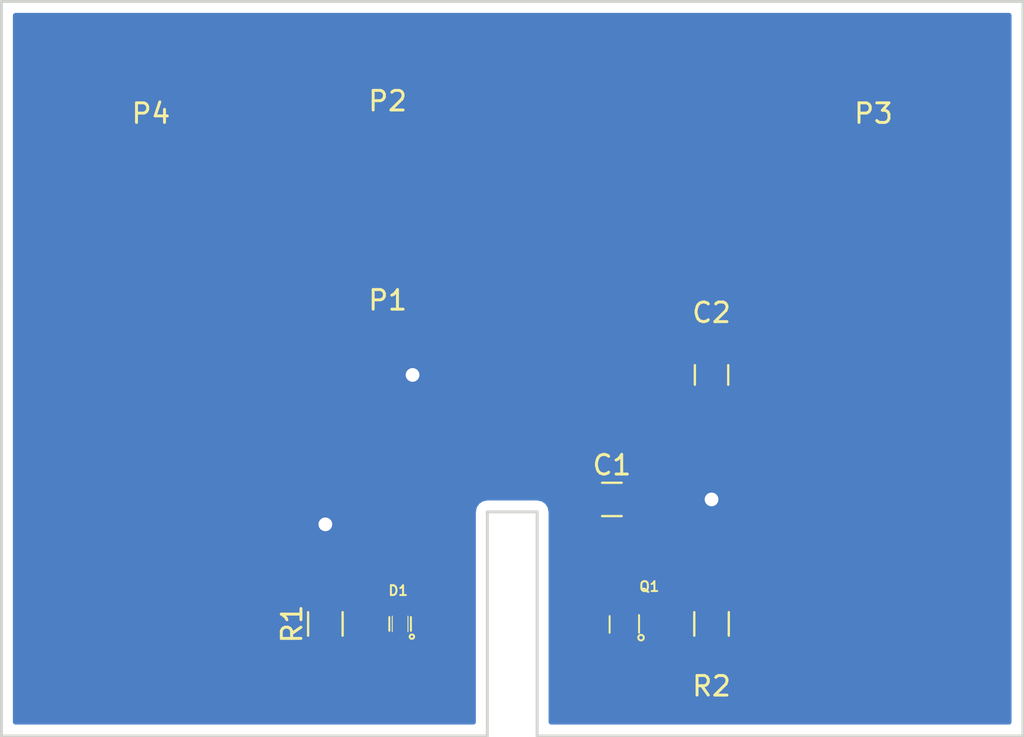
<source format=kicad_pcb>
(kicad_pcb (version 4) (host pcbnew 4.0.4-stable)

  (general
    (links 15)
    (no_connects 0)
    (area 124.384999 71.044999 176.605001 108.660001)
    (thickness 1.6)
    (drawings 15)
    (tracks 37)
    (zones 0)
    (modules 10)
    (nets 38)
  )

  (page A4)
  (layers
    (0 F.Cu signal)
    (31 B.Cu signal)
    (32 B.Adhes user)
    (33 F.Adhes user)
    (34 B.Paste user)
    (35 F.Paste user)
    (36 B.SilkS user)
    (37 F.SilkS user)
    (38 B.Mask user)
    (39 F.Mask user)
    (40 Dwgs.User user)
    (41 Cmts.User user)
    (42 Eco1.User user)
    (43 Eco2.User user)
    (44 Edge.Cuts user)
    (45 Margin user)
    (46 B.CrtYd user)
    (47 F.CrtYd user)
    (48 B.Fab user)
    (49 F.Fab user)
  )

  (setup
    (last_trace_width 0.4)
    (user_trace_width 0.4)
    (trace_clearance 0.2)
    (zone_clearance 0.508)
    (zone_45_only yes)
    (trace_min 0.2)
    (segment_width 0.2)
    (edge_width 0.15)
    (via_size 1.5)
    (via_drill 0.7)
    (via_min_size 0.4)
    (via_min_drill 0.3)
    (uvia_size 0.3)
    (uvia_drill 0.1)
    (uvias_allowed no)
    (uvia_min_size 0.2)
    (uvia_min_drill 0.1)
    (pcb_text_width 0.3)
    (pcb_text_size 1.5 1.5)
    (mod_edge_width 0.15)
    (mod_text_size 1 1)
    (mod_text_width 0.15)
    (pad_size 1.524 1.524)
    (pad_drill 0.762)
    (pad_to_mask_clearance 0.2)
    (aux_axis_origin 0 0)
    (visible_elements 7FFFFFFF)
    (pcbplotparams
      (layerselection 0x00030_80000001)
      (usegerberextensions false)
      (excludeedgelayer true)
      (linewidth 0.100000)
      (plotframeref false)
      (viasonmask false)
      (mode 1)
      (useauxorigin false)
      (hpglpennumber 1)
      (hpglpenspeed 20)
      (hpglpendiameter 15)
      (hpglpenoverlay 2)
      (psnegative false)
      (psa4output false)
      (plotreference true)
      (plotvalue true)
      (plotinvisibletext false)
      (padsonsilk false)
      (subtractmaskfromsilk false)
      (outputformat 1)
      (mirror false)
      (drillshape 1)
      (scaleselection 1)
      (outputdirectory ""))
  )

  (net 0 "")
  (net 1 "Net-(C1-Pad1)")
  (net 2 GND)
  (net 3 "Net-(C2-Pad1)")
  (net 4 "Net-(D1-Pad2)")
  (net 5 "Net-(D1-Pad1)")
  (net 6 "Net-(P3-Pad16)")
  (net 7 "Net-(P3-Pad15)")
  (net 8 "Net-(P3-Pad14)")
  (net 9 "Net-(P3-Pad13)")
  (net 10 "Net-(P3-Pad12)")
  (net 11 "Net-(P3-Pad11)")
  (net 12 "Net-(P3-Pad10)")
  (net 13 "Net-(P3-Pad9)")
  (net 14 "Net-(P3-Pad8)")
  (net 15 "Net-(P3-Pad7)")
  (net 16 "Net-(P3-Pad6)")
  (net 17 "Net-(P3-Pad5)")
  (net 18 "Net-(P3-Pad4)")
  (net 19 "Net-(P3-Pad3)")
  (net 20 "Net-(P3-Pad2)")
  (net 21 "Net-(P3-Pad1)")
  (net 22 "Net-(P4-Pad16)")
  (net 23 "Net-(P4-Pad15)")
  (net 24 "Net-(P4-Pad14)")
  (net 25 "Net-(P4-Pad13)")
  (net 26 "Net-(P4-Pad12)")
  (net 27 "Net-(P4-Pad11)")
  (net 28 "Net-(P4-Pad10)")
  (net 29 "Net-(P4-Pad9)")
  (net 30 "Net-(P4-Pad8)")
  (net 31 "Net-(P4-Pad7)")
  (net 32 "Net-(P4-Pad6)")
  (net 33 "Net-(P4-Pad5)")
  (net 34 "Net-(P4-Pad4)")
  (net 35 "Net-(P4-Pad3)")
  (net 36 "Net-(P4-Pad2)")
  (net 37 "Net-(P4-Pad1)")

  (net_class Default "This is the default net class."
    (clearance 0.2)
    (trace_width 0.4)
    (via_dia 1.5)
    (via_drill 0.7)
    (uvia_dia 0.3)
    (uvia_drill 0.1)
    (add_net GND)
    (add_net "Net-(C1-Pad1)")
    (add_net "Net-(C2-Pad1)")
    (add_net "Net-(D1-Pad1)")
    (add_net "Net-(D1-Pad2)")
    (add_net "Net-(P3-Pad1)")
    (add_net "Net-(P3-Pad10)")
    (add_net "Net-(P3-Pad11)")
    (add_net "Net-(P3-Pad12)")
    (add_net "Net-(P3-Pad13)")
    (add_net "Net-(P3-Pad14)")
    (add_net "Net-(P3-Pad15)")
    (add_net "Net-(P3-Pad16)")
    (add_net "Net-(P3-Pad2)")
    (add_net "Net-(P3-Pad3)")
    (add_net "Net-(P3-Pad4)")
    (add_net "Net-(P3-Pad5)")
    (add_net "Net-(P3-Pad6)")
    (add_net "Net-(P3-Pad7)")
    (add_net "Net-(P3-Pad8)")
    (add_net "Net-(P3-Pad9)")
    (add_net "Net-(P4-Pad1)")
    (add_net "Net-(P4-Pad10)")
    (add_net "Net-(P4-Pad11)")
    (add_net "Net-(P4-Pad12)")
    (add_net "Net-(P4-Pad13)")
    (add_net "Net-(P4-Pad14)")
    (add_net "Net-(P4-Pad15)")
    (add_net "Net-(P4-Pad16)")
    (add_net "Net-(P4-Pad2)")
    (add_net "Net-(P4-Pad3)")
    (add_net "Net-(P4-Pad4)")
    (add_net "Net-(P4-Pad5)")
    (add_net "Net-(P4-Pad6)")
    (add_net "Net-(P4-Pad7)")
    (add_net "Net-(P4-Pad8)")
    (add_net "Net-(P4-Pad9)")
  )

  (module med_conn_prototype_footprints:Sullins_SMD_pin_header_1x4_GBC36SABN-M30 (layer F.Cu) (tedit 58AEAF18) (tstamp 58AEB04B)
    (at 150.495 78.74)
    (path /58AEAF78)
    (fp_text reference P1 (at -6.35 7.62) (layer F.SilkS)
      (effects (font (size 1 1) (thickness 0.15)))
    )
    (fp_text value CONN_01X04 (at 6.35 6.985 90) (layer F.Fab)
      (effects (font (size 1 1) (thickness 0.15)))
    )
    (pad 4 smd rect (at 3.81 10.16) (size 1.27 6.35) (layers F.Cu F.Paste F.Mask)
      (net 3 "Net-(C2-Pad1)"))
    (pad 3 smd rect (at 1.27 5.08) (size 1.27 6.35) (layers F.Cu F.Paste F.Mask)
      (net 1 "Net-(C1-Pad1)"))
    (pad 2 smd rect (at -1.27 10.16) (size 1.27 6.35) (layers F.Cu F.Paste F.Mask)
      (net 4 "Net-(D1-Pad2)"))
    (pad 1 smd rect (at -3.81 5.08) (size 1.27 6.35) (layers F.Cu F.Paste F.Mask)
      (net 2 GND))
  )

  (module Capacitors_SMD:C_0805_HandSoldering (layer F.Cu) (tedit 58AEABDE) (tstamp 58AE9FE3)
    (at 155.575 96.52)
    (descr "Capacitor SMD 0805, hand soldering")
    (tags "capacitor 0805")
    (path /58ADC072)
    (attr smd)
    (fp_text reference C1 (at 0 -1.75) (layer F.SilkS)
      (effects (font (size 1 1) (thickness 0.15)))
    )
    (fp_text value 1uF (at 1.905 1.905) (layer F.Fab)
      (effects (font (size 1 1) (thickness 0.15)))
    )
    (fp_text user %R (at 0 -1.75) (layer F.Fab)
      (effects (font (size 1 1) (thickness 0.15)))
    )
    (fp_line (start -1 0.62) (end -1 -0.62) (layer F.Fab) (width 0.1))
    (fp_line (start 1 0.62) (end -1 0.62) (layer F.Fab) (width 0.1))
    (fp_line (start 1 -0.62) (end 1 0.62) (layer F.Fab) (width 0.1))
    (fp_line (start -1 -0.62) (end 1 -0.62) (layer F.Fab) (width 0.1))
    (fp_line (start 0.5 -0.85) (end -0.5 -0.85) (layer F.SilkS) (width 0.12))
    (fp_line (start -0.5 0.85) (end 0.5 0.85) (layer F.SilkS) (width 0.12))
    (fp_line (start -2.25 -0.88) (end 2.25 -0.88) (layer F.CrtYd) (width 0.05))
    (fp_line (start -2.25 -0.88) (end -2.25 0.87) (layer F.CrtYd) (width 0.05))
    (fp_line (start 2.25 0.87) (end 2.25 -0.88) (layer F.CrtYd) (width 0.05))
    (fp_line (start 2.25 0.87) (end -2.25 0.87) (layer F.CrtYd) (width 0.05))
    (pad 1 smd rect (at -1.25 0) (size 1.5 1.25) (layers F.Cu F.Paste F.Mask)
      (net 1 "Net-(C1-Pad1)"))
    (pad 2 smd rect (at 1.25 0) (size 1.5 1.25) (layers F.Cu F.Paste F.Mask)
      (net 2 GND))
    (model Capacitors_SMD.3dshapes/C_0805.wrl
      (at (xyz 0 0 0))
      (scale (xyz 1 1 1))
      (rotate (xyz 0 0 0))
    )
  )

  (module Capacitors_SMD:C_0805_HandSoldering (layer F.Cu) (tedit 58AEABAA) (tstamp 58AE9FE9)
    (at 160.655 90.17 270)
    (descr "Capacitor SMD 0805, hand soldering")
    (tags "capacitor 0805")
    (path /58ADC0E3)
    (attr smd)
    (fp_text reference C2 (at -3.175 0 360) (layer F.SilkS)
      (effects (font (size 1 1) (thickness 0.15)))
    )
    (fp_text value 1nF (at 0 1.75 270) (layer F.Fab)
      (effects (font (size 1 1) (thickness 0.15)))
    )
    (fp_text user %R (at 0 -1.75 270) (layer F.Fab)
      (effects (font (size 1 1) (thickness 0.15)))
    )
    (fp_line (start -1 0.62) (end -1 -0.62) (layer F.Fab) (width 0.1))
    (fp_line (start 1 0.62) (end -1 0.62) (layer F.Fab) (width 0.1))
    (fp_line (start 1 -0.62) (end 1 0.62) (layer F.Fab) (width 0.1))
    (fp_line (start -1 -0.62) (end 1 -0.62) (layer F.Fab) (width 0.1))
    (fp_line (start 0.5 -0.85) (end -0.5 -0.85) (layer F.SilkS) (width 0.12))
    (fp_line (start -0.5 0.85) (end 0.5 0.85) (layer F.SilkS) (width 0.12))
    (fp_line (start -2.25 -0.88) (end 2.25 -0.88) (layer F.CrtYd) (width 0.05))
    (fp_line (start -2.25 -0.88) (end -2.25 0.87) (layer F.CrtYd) (width 0.05))
    (fp_line (start 2.25 0.87) (end 2.25 -0.88) (layer F.CrtYd) (width 0.05))
    (fp_line (start 2.25 0.87) (end -2.25 0.87) (layer F.CrtYd) (width 0.05))
    (pad 1 smd rect (at -1.25 0 270) (size 1.5 1.25) (layers F.Cu F.Paste F.Mask)
      (net 3 "Net-(C2-Pad1)"))
    (pad 2 smd rect (at 1.25 0 270) (size 1.5 1.25) (layers F.Cu F.Paste F.Mask)
      (net 2 GND))
    (model Capacitors_SMD.3dshapes/C_0805.wrl
      (at (xyz 0 0 0))
      (scale (xyz 1 1 1))
      (rotate (xyz 0 0 0))
    )
  )

  (module IC_trial_footprints:LED_APT1608F3C (layer F.Cu) (tedit 58AEAC2D) (tstamp 58AE9FEF)
    (at 144.78 102.87 270)
    (path /58ADBE6E)
    (fp_text reference D1 (at -1.7 0.1 540) (layer F.SilkS)
      (effects (font (size 0.5 0.5) (thickness 0.1)))
    )
    (fp_text value APT1608F3C (at 0 -1.905 270) (layer F.Fab)
      (effects (font (size 1 1) (thickness 0.15)))
    )
    (fp_circle (center 0.65 -0.6) (end 0.7 -0.7) (layer F.SilkS) (width 0.1))
    (fp_line (start 0.3 0.55) (end 0.35 0.55) (layer F.SilkS) (width 0.1))
    (fp_line (start 0.3 -0.55) (end 0.35 -0.55) (layer F.SilkS) (width 0.1))
    (fp_line (start -0.35 0.55) (end 0.3 0.55) (layer F.SilkS) (width 0.1))
    (fp_line (start -0.35 -0.55) (end 0.3 -0.55) (layer F.SilkS) (width 0.1))
    (fp_line (start -1.3 -0.6) (end 1.3 -0.6) (layer F.CrtYd) (width 0.05))
    (fp_line (start 1.3 -0.6) (end 1.3 0.6) (layer F.CrtYd) (width 0.05))
    (fp_line (start 1.3 0.6) (end -1.3 0.6) (layer F.CrtYd) (width 0.05))
    (fp_line (start -1.3 0.6) (end -1.3 -0.6) (layer F.CrtYd) (width 0.05))
    (fp_line (start 0.15 -0.1) (end 0.35 -0.1) (layer F.Fab) (width 0.05))
    (fp_line (start 0.35 -0.1) (end 0.35 0.1) (layer F.Fab) (width 0.05))
    (fp_line (start 0.35 0.1) (end 0.15 0.1) (layer F.Fab) (width 0.05))
    (fp_line (start 0.15 0.1) (end 0.15 -0.1) (layer F.Fab) (width 0.05))
    (fp_line (start -0.4 0.4) (end 0.4 0.4) (layer F.SilkS) (width 0.05))
    (fp_line (start -0.4 -0.4) (end 0.4 -0.4) (layer F.SilkS) (width 0.05))
    (fp_line (start -0.8 -0.4) (end -0.8 0.4) (layer F.Fab) (width 0.05))
    (fp_line (start -0.8 0.4) (end 0.8 0.4) (layer F.Fab) (width 0.05))
    (fp_line (start 0.8 0.4) (end 0.8 -0.4) (layer F.Fab) (width 0.05))
    (fp_line (start 0.8 -0.4) (end -0.8 -0.4) (layer F.Fab) (width 0.05))
    (pad 2 smd rect (at -0.825 0 270) (size 0.8 0.8) (layers F.Cu F.Paste F.Mask)
      (net 4 "Net-(D1-Pad2)"))
    (pad 1 smd rect (at 0.825 0 270) (size 0.8 0.8) (layers F.Cu F.Paste F.Mask)
      (net 5 "Net-(D1-Pad1)"))
  )

  (module med_conn_prototype_footprints:Sullins_SMD_2x08_NPTC082KFMS-RC (layer F.Cu) (tedit 58AEAF8A) (tstamp 58AEA011)
    (at 161.925 86.995 90)
    (path /58AE9134)
    (fp_text reference P3 (at 10.16 6.985 180) (layer F.SilkS)
      (effects (font (size 1 1) (thickness 0.15)))
    )
    (fp_text value CONN_02X08 (at 0 12.065 90) (layer F.Fab)
      (effects (font (size 1 1) (thickness 0.15)))
    )
    (pad 16 smd rect (at 8.89 9.525 90) (size 1 2) (layers F.Cu F.Paste F.Mask)
      (net 6 "Net-(P3-Pad16)"))
    (pad 15 smd rect (at 6.35 9.61 90) (size 1 2) (layers F.Cu F.Paste F.Mask)
      (net 7 "Net-(P3-Pad15)"))
    (pad 14 smd rect (at 3.81 9.61 90) (size 1 2) (layers F.Cu F.Paste F.Mask)
      (net 8 "Net-(P3-Pad14)"))
    (pad 13 smd rect (at 1.27 9.61 90) (size 1 2) (layers F.Cu F.Paste F.Mask)
      (net 9 "Net-(P3-Pad13)"))
    (pad 12 smd rect (at -1.27 9.61 90) (size 1 2) (layers F.Cu F.Paste F.Mask)
      (net 10 "Net-(P3-Pad12)"))
    (pad 11 smd rect (at -3.81 9.61 90) (size 1 2) (layers F.Cu F.Paste F.Mask)
      (net 11 "Net-(P3-Pad11)"))
    (pad 10 smd rect (at -6.35 9.61 90) (size 1 2) (layers F.Cu F.Paste F.Mask)
      (net 12 "Net-(P3-Pad10)"))
    (pad 9 smd rect (at -8.9 9.61 90) (size 1 2) (layers F.Cu F.Paste F.Mask)
      (net 13 "Net-(P3-Pad9)"))
    (pad 8 smd rect (at 8.89 3.81 90) (size 1 2) (layers F.Cu F.Paste F.Mask)
      (net 14 "Net-(P3-Pad8)"))
    (pad 7 smd rect (at 6.35 3.81 90) (size 1 2) (layers F.Cu F.Paste F.Mask)
      (net 15 "Net-(P3-Pad7)"))
    (pad 6 smd rect (at 3.81 3.81 90) (size 1 2) (layers F.Cu F.Paste F.Mask)
      (net 16 "Net-(P3-Pad6)"))
    (pad 5 smd rect (at 1.27 3.81 90) (size 1 2) (layers F.Cu F.Paste F.Mask)
      (net 17 "Net-(P3-Pad5)"))
    (pad 4 smd rect (at -1.27 3.81 90) (size 1 2) (layers F.Cu F.Paste F.Mask)
      (net 18 "Net-(P3-Pad4)"))
    (pad 3 smd rect (at -3.81 3.81 90) (size 1 2) (layers F.Cu F.Paste F.Mask)
      (net 19 "Net-(P3-Pad3)"))
    (pad 2 smd rect (at -6.35 3.81 90) (size 1 2) (layers F.Cu F.Paste F.Mask)
      (net 20 "Net-(P3-Pad2)"))
    (pad 1 smd rect (at -8.89 3.81 90) (size 1 2) (layers F.Cu F.Paste F.Mask)
      (net 21 "Net-(P3-Pad1)"))
  )

  (module med_conn_prototype_footprints:Sullins_SMD_2x08_NPTC082KFMS-RC (layer F.Cu) (tedit 58AEB8B4) (tstamp 58AEA025)
    (at 139.065 86.995 270)
    (path /58AE9264)
    (fp_text reference P4 (at -10.16 6.985 360) (layer F.SilkS)
      (effects (font (size 1 1) (thickness 0.15)))
    )
    (fp_text value CONN_02X08 (at 0 12.065 270) (layer F.Fab)
      (effects (font (size 1 1) (thickness 0.15)))
    )
    (pad 16 smd rect (at 8.89 9.525 270) (size 1 2) (layers F.Cu F.Paste F.Mask)
      (net 22 "Net-(P4-Pad16)"))
    (pad 15 smd rect (at 6.35 9.61 270) (size 1 2) (layers F.Cu F.Paste F.Mask)
      (net 23 "Net-(P4-Pad15)"))
    (pad 14 smd rect (at 3.81 9.61 270) (size 1 2) (layers F.Cu F.Paste F.Mask)
      (net 24 "Net-(P4-Pad14)"))
    (pad 13 smd rect (at 1.27 9.61 270) (size 1 2) (layers F.Cu F.Paste F.Mask)
      (net 25 "Net-(P4-Pad13)"))
    (pad 12 smd rect (at -1.27 9.61 270) (size 1 2) (layers F.Cu F.Paste F.Mask)
      (net 26 "Net-(P4-Pad12)"))
    (pad 11 smd rect (at -3.81 9.61 270) (size 1 2) (layers F.Cu F.Paste F.Mask)
      (net 27 "Net-(P4-Pad11)"))
    (pad 10 smd rect (at -6.35 9.61 270) (size 1 2) (layers F.Cu F.Paste F.Mask)
      (net 28 "Net-(P4-Pad10)"))
    (pad 9 smd rect (at -8.9 9.61 270) (size 1 2) (layers F.Cu F.Paste F.Mask)
      (net 29 "Net-(P4-Pad9)"))
    (pad 8 smd rect (at 8.89 3.81 270) (size 1 2) (layers F.Cu F.Paste F.Mask)
      (net 30 "Net-(P4-Pad8)"))
    (pad 7 smd rect (at 6.35 3.81 270) (size 1 2) (layers F.Cu F.Paste F.Mask)
      (net 31 "Net-(P4-Pad7)"))
    (pad 6 smd rect (at 3.81 3.81 270) (size 1 2) (layers F.Cu F.Paste F.Mask)
      (net 32 "Net-(P4-Pad6)"))
    (pad 5 smd rect (at 1.27 3.81 270) (size 1 2) (layers F.Cu F.Paste F.Mask)
      (net 33 "Net-(P4-Pad5)"))
    (pad 4 smd rect (at -1.27 3.81 270) (size 1 2) (layers F.Cu F.Paste F.Mask)
      (net 34 "Net-(P4-Pad4)"))
    (pad 3 smd rect (at -3.81 3.81 270) (size 1 2) (layers F.Cu F.Paste F.Mask)
      (net 35 "Net-(P4-Pad3)"))
    (pad 2 smd rect (at -6.35 3.81 270) (size 1 2) (layers F.Cu F.Paste F.Mask)
      (net 36 "Net-(P4-Pad2)"))
    (pad 1 smd rect (at -8.89 3.81 270) (size 1 2) (layers F.Cu F.Paste F.Mask)
      (net 37 "Net-(P4-Pad1)"))
  )

  (module IC_trial_footprints:Phototransistor_APT2012P3BT (layer F.Cu) (tedit 58AEAC29) (tstamp 58AEA02B)
    (at 156.21 102.87 90)
    (path /58AEA21D)
    (fp_text reference Q1 (at 1.905 1.27 360) (layer F.SilkS)
      (effects (font (size 0.5 0.5) (thickness 0.1)))
    )
    (fp_text value APT2012P3BT (at 0 -1.905 90) (layer F.Fab)
      (effects (font (size 1 1) (thickness 0.15)))
    )
    (fp_circle (center -0.7 0.85) (end -0.6 0.95) (layer F.SilkS) (width 0.1))
    (fp_line (start -0.45 0.75) (end 0.45 0.75) (layer F.SilkS) (width 0.1))
    (fp_line (start -0.45 -0.75) (end 0.4 -0.75) (layer F.SilkS) (width 0.1))
    (fp_line (start -1.6 -0.7) (end 1.6 -0.7) (layer F.CrtYd) (width 0.05))
    (fp_line (start 1.6 -0.7) (end 1.6 0.7) (layer F.CrtYd) (width 0.05))
    (fp_line (start 1.6 0.7) (end -1.6 0.7) (layer F.CrtYd) (width 0.05))
    (fp_line (start -1.6 0.7) (end -1.6 -0.7) (layer F.CrtYd) (width 0.05))
    (fp_line (start 0.4 0.6) (end 0.6 0.4) (layer F.Fab) (width 0.05))
    (fp_line (start 0.2 0.6) (end 0.5 0.3) (layer F.Fab) (width 0.05))
    (fp_line (start 0.2 0.4) (end 0.3 0.3) (layer F.Fab) (width 0.05))
    (fp_line (start 0.5 -0.3) (end 0.6 -0.4) (layer F.Fab) (width 0.05))
    (fp_line (start 0.3 -0.3) (end 0.6 -0.6) (layer F.Fab) (width 0.05))
    (fp_line (start 0.2 -0.4) (end 0.4 -0.6) (layer F.Fab) (width 0.05))
    (fp_line (start 0.2 0.3) (end 0.2 0.6) (layer F.Fab) (width 0.05))
    (fp_line (start 0.2 0.6) (end 0.6 0.6) (layer F.Fab) (width 0.05))
    (fp_line (start 0.6 0.6) (end 0.6 0.3) (layer F.Fab) (width 0.05))
    (fp_line (start 0.6 0.3) (end 0.2 0.3) (layer F.Fab) (width 0.05))
    (fp_line (start 0.2 -0.6) (end 0.2 -0.3) (layer F.Fab) (width 0.05))
    (fp_line (start 0.2 -0.3) (end 0.6 -0.3) (layer F.Fab) (width 0.05))
    (fp_line (start 0.6 -0.3) (end 0.6 -0.6) (layer F.Fab) (width 0.05))
    (fp_line (start 0.03 -0.1) (end 0.23 -0.1) (layer F.Fab) (width 0.05))
    (fp_line (start 0.23 -0.1) (end 0.23 0.1) (layer F.Fab) (width 0.05))
    (fp_line (start 0.23 0.1) (end 0.03 0.1) (layer F.Fab) (width 0.05))
    (fp_line (start 0.03 0.1) (end 0.03 -0.1) (layer F.Fab) (width 0.05))
    (fp_line (start -1 -0.6) (end -1 0.6) (layer F.Fab) (width 0.05))
    (fp_line (start -1 0.6) (end 1 0.6) (layer F.Fab) (width 0.05))
    (fp_line (start 1 0.6) (end 1 -0.6) (layer F.Fab) (width 0.05))
    (fp_line (start 1 -0.6) (end -1 -0.6) (layer F.Fab) (width 0.05))
    (pad 2 smd rect (at 1 0 90) (size 0.9 1.1) (layers F.Cu F.Paste F.Mask)
      (net 1 "Net-(C1-Pad1)"))
    (pad 1 smd rect (at -1 0 90) (size 0.9 1.1) (layers F.Cu F.Paste F.Mask)
      (net 3 "Net-(C2-Pad1)"))
  )

  (module Resistors_SMD:R_0805_HandSoldering (layer F.Cu) (tedit 58AADA1D) (tstamp 58AEA031)
    (at 140.97 102.87 90)
    (descr "Resistor SMD 0805, hand soldering")
    (tags "resistor 0805")
    (path /58ADC1A1)
    (attr smd)
    (fp_text reference R1 (at 0 -1.7 90) (layer F.SilkS)
      (effects (font (size 1 1) (thickness 0.15)))
    )
    (fp_text value 100 (at 0 1.75 90) (layer F.Fab)
      (effects (font (size 1 1) (thickness 0.15)))
    )
    (fp_text user %R (at 0 -1.7 90) (layer F.Fab)
      (effects (font (size 1 1) (thickness 0.15)))
    )
    (fp_line (start -1 0.62) (end -1 -0.62) (layer F.Fab) (width 0.1))
    (fp_line (start 1 0.62) (end -1 0.62) (layer F.Fab) (width 0.1))
    (fp_line (start 1 -0.62) (end 1 0.62) (layer F.Fab) (width 0.1))
    (fp_line (start -1 -0.62) (end 1 -0.62) (layer F.Fab) (width 0.1))
    (fp_line (start 0.6 0.88) (end -0.6 0.88) (layer F.SilkS) (width 0.12))
    (fp_line (start -0.6 -0.88) (end 0.6 -0.88) (layer F.SilkS) (width 0.12))
    (fp_line (start -2.35 -0.9) (end 2.35 -0.9) (layer F.CrtYd) (width 0.05))
    (fp_line (start -2.35 -0.9) (end -2.35 0.9) (layer F.CrtYd) (width 0.05))
    (fp_line (start 2.35 0.9) (end 2.35 -0.9) (layer F.CrtYd) (width 0.05))
    (fp_line (start 2.35 0.9) (end -2.35 0.9) (layer F.CrtYd) (width 0.05))
    (pad 1 smd rect (at -1.35 0 90) (size 1.5 1.3) (layers F.Cu F.Paste F.Mask)
      (net 5 "Net-(D1-Pad1)"))
    (pad 2 smd rect (at 1.35 0 90) (size 1.5 1.3) (layers F.Cu F.Paste F.Mask)
      (net 2 GND))
    (model Resistors_SMD.3dshapes/R_0805.wrl
      (at (xyz 0 0 0))
      (scale (xyz 1 1 1))
      (rotate (xyz 0 0 0))
    )
  )

  (module Resistors_SMD:R_0805_HandSoldering (layer F.Cu) (tedit 58AEABA5) (tstamp 58AEA037)
    (at 160.655 102.87 90)
    (descr "Resistor SMD 0805, hand soldering")
    (tags "resistor 0805")
    (path /58ADC12A)
    (attr smd)
    (fp_text reference R2 (at -3.175 0 180) (layer F.SilkS)
      (effects (font (size 1 1) (thickness 0.15)))
    )
    (fp_text value 10k (at 0 1.75 90) (layer F.Fab)
      (effects (font (size 1 1) (thickness 0.15)))
    )
    (fp_text user %R (at 0 -1.7 90) (layer F.Fab)
      (effects (font (size 1 1) (thickness 0.15)))
    )
    (fp_line (start -1 0.62) (end -1 -0.62) (layer F.Fab) (width 0.1))
    (fp_line (start 1 0.62) (end -1 0.62) (layer F.Fab) (width 0.1))
    (fp_line (start 1 -0.62) (end 1 0.62) (layer F.Fab) (width 0.1))
    (fp_line (start -1 -0.62) (end 1 -0.62) (layer F.Fab) (width 0.1))
    (fp_line (start 0.6 0.88) (end -0.6 0.88) (layer F.SilkS) (width 0.12))
    (fp_line (start -0.6 -0.88) (end 0.6 -0.88) (layer F.SilkS) (width 0.12))
    (fp_line (start -2.35 -0.9) (end 2.35 -0.9) (layer F.CrtYd) (width 0.05))
    (fp_line (start -2.35 -0.9) (end -2.35 0.9) (layer F.CrtYd) (width 0.05))
    (fp_line (start 2.35 0.9) (end 2.35 -0.9) (layer F.CrtYd) (width 0.05))
    (fp_line (start 2.35 0.9) (end -2.35 0.9) (layer F.CrtYd) (width 0.05))
    (pad 1 smd rect (at -1.35 0 90) (size 1.5 1.3) (layers F.Cu F.Paste F.Mask)
      (net 3 "Net-(C2-Pad1)"))
    (pad 2 smd rect (at 1.35 0 90) (size 1.5 1.3) (layers F.Cu F.Paste F.Mask)
      (net 2 GND))
    (model Resistors_SMD.3dshapes/R_0805.wrl
      (at (xyz 0 0 0))
      (scale (xyz 1 1 1))
      (rotate (xyz 0 0 0))
    )
  )

  (module med_conn_prototype_footprints:wire_solder_pad_2.54mm_1x4 (layer F.Cu) (tedit 58AEAF1E) (tstamp 58AEB052)
    (at 150.495 72.39)
    (path /58AEAEFA)
    (fp_text reference P2 (at -6.35 3.81) (layer F.SilkS)
      (effects (font (size 1 1) (thickness 0.15)))
    )
    (fp_text value CONN_01X04 (at 0 1.27) (layer F.Fab)
      (effects (font (size 1 1) (thickness 0.15)))
    )
    (pad 1 smd rect (at -3.81 3.81) (size 1.5 2) (layers F.Cu F.Paste F.Mask)
      (net 2 GND))
    (pad 2 smd rect (at -1.27 3.81) (size 1.5 2) (layers F.Cu F.Paste F.Mask)
      (net 4 "Net-(D1-Pad2)"))
    (pad 3 smd rect (at 1.27 3.81) (size 1.5 2) (layers F.Cu F.Paste F.Mask)
      (net 1 "Net-(C1-Pad1)"))
    (pad 4 smd rect (at 3.81 3.81) (size 1.5 2) (layers F.Cu F.Paste F.Mask)
      (net 3 "Net-(C2-Pad1)"))
  )

  (gr_line (start 124.46 108.585) (end 139.065 108.585) (angle 90) (layer Edge.Cuts) (width 0.15))
  (gr_line (start 124.46 85.725) (end 124.46 108.585) (angle 90) (layer Edge.Cuts) (width 0.15))
  (gr_line (start 124.46 71.12) (end 150.495 71.12) (angle 90) (layer Edge.Cuts) (width 0.15))
  (gr_line (start 124.46 85.725) (end 124.46 71.12) (angle 90) (layer Edge.Cuts) (width 0.15))
  (gr_line (start 176.53 71.12) (end 150.495 71.12) (angle 90) (layer Edge.Cuts) (width 0.15))
  (gr_line (start 176.53 95.885) (end 176.53 71.12) (angle 90) (layer Edge.Cuts) (width 0.15))
  (gr_line (start 176.53 108.585) (end 161.29 108.585) (angle 90) (layer Edge.Cuts) (width 0.15))
  (gr_line (start 176.53 95.885) (end 176.53 108.585) (angle 90) (layer Edge.Cuts) (width 0.15))
  (gr_line (start 149.225 108.585) (end 139.065 108.585) (angle 90) (layer Edge.Cuts) (width 0.15))
  (gr_line (start 149.225 107.95) (end 149.225 108.585) (angle 90) (layer Edge.Cuts) (width 0.15))
  (gr_line (start 151.765 107.95) (end 151.765 108.585) (angle 90) (layer Edge.Cuts) (width 0.15))
  (gr_line (start 161.29 108.585) (end 151.765 108.585) (angle 90) (layer Edge.Cuts) (width 0.15))
  (gr_line (start 149.225 97.155) (end 151.765 97.155) (angle 90) (layer Edge.Cuts) (width 0.15))
  (gr_line (start 151.765 97.155) (end 151.765 107.95) (angle 90) (layer Edge.Cuts) (width 0.15))
  (gr_line (start 149.225 97.155) (end 149.225 107.95) (angle 90) (layer Edge.Cuts) (width 0.15))

  (segment (start 154.325 96.52) (end 154.325 97.77) (width 0.4) (layer F.Cu) (net 1))
  (segment (start 156.21 99.655) (end 156.21 101.87) (width 0.4) (layer F.Cu) (net 1) (tstamp 58AEB356))
  (segment (start 154.325 97.77) (end 156.21 99.655) (width 0.4) (layer F.Cu) (net 1) (tstamp 58AEB355))
  (segment (start 154.325 96.52) (end 154.325 96.54) (width 0.4) (layer F.Cu) (net 1))
  (segment (start 151.765 83.82) (end 151.765 93.98) (width 0.4) (layer F.Cu) (net 1))
  (segment (start 151.765 93.98) (end 154.305 96.52) (width 0.4) (layer F.Cu) (net 1) (tstamp 58AEB34A))
  (segment (start 154.305 96.52) (end 154.325 96.52) (width 0.4) (layer F.Cu) (net 1) (tstamp 58AEB34B))
  (segment (start 151.765 76.2) (end 151.765 83.82) (width 0.4) (layer F.Cu) (net 1))
  (segment (start 156.825 96.52) (end 160.655 96.52) (width 0.4) (layer F.Cu) (net 2))
  (via (at 160.655 96.52) (size 1.5) (drill 0.7) (layers F.Cu B.Cu) (net 2))
  (segment (start 157.58 96.44) (end 157.48 96.54) (width 0.4) (layer F.Cu) (net 2) (tstamp 58AEAB20))
  (segment (start 160.655 101.52) (end 160.655 96.52) (width 0.4) (layer F.Cu) (net 2))
  (segment (start 160.655 96.52) (end 160.655 91.42) (width 0.4) (layer F.Cu) (net 2))
  (segment (start 146.685 83.82) (end 146.685 88.9) (width 0.4) (layer F.Cu) (net 2))
  (via (at 145.415 90.17) (size 1.5) (drill 0.7) (layers F.Cu B.Cu) (net 2))
  (segment (start 146.685 88.9) (end 145.415 90.17) (width 0.4) (layer F.Cu) (net 2) (tstamp 58AEB26D))
  (segment (start 146.685 76.2) (end 146.685 83.82) (width 0.4) (layer F.Cu) (net 2))
  (segment (start 140.97 100.885) (end 140.97 97.79) (width 0.4) (layer F.Cu) (net 2))
  (via (at 140.97 97.79) (size 1.5) (drill 0.7) (layers F.Cu B.Cu) (net 2))
  (segment (start 160.655 104.22) (end 161.845 104.22) (width 0.4) (layer F.Cu) (net 3))
  (segment (start 161.945 88.92) (end 160.655 88.92) (width 0.4) (layer F.Cu) (net 3) (tstamp 58AEB2B5))
  (segment (start 162.56 89.535) (end 161.945 88.92) (width 0.4) (layer F.Cu) (net 3) (tstamp 58AEB2B4))
  (segment (start 162.56 103.505) (end 162.56 89.535) (width 0.4) (layer F.Cu) (net 3) (tstamp 58AEB2B3))
  (segment (start 161.845 104.22) (end 162.56 103.505) (width 0.4) (layer F.Cu) (net 3) (tstamp 58AEB2B2))
  (segment (start 160.655 104.22) (end 156.56 104.22) (width 0.4) (layer F.Cu) (net 3))
  (segment (start 156.56 104.22) (end 156.21 103.87) (width 0.4) (layer F.Cu) (net 3) (tstamp 58AEB2A5))
  (segment (start 154.305 76.2) (end 154.305 88.9) (width 0.4) (layer F.Cu) (net 3))
  (segment (start 160.655 88.92) (end 154.325 88.92) (width 0.4) (layer F.Cu) (net 3))
  (segment (start 154.325 88.92) (end 154.305 88.9) (width 0.4) (layer F.Cu) (net 3) (tstamp 58AEB248))
  (segment (start 160.755 88.82) (end 160.655 88.92) (width 0.4) (layer F.Cu) (net 3) (tstamp 58AEB245))
  (segment (start 149.225 76.2) (end 149.225 88.9) (width 0.4) (layer F.Cu) (net 4))
  (segment (start 149.225 88.9) (end 149.225 93.98) (width 0.4) (layer F.Cu) (net 4))
  (segment (start 144.78 98.425) (end 144.78 102.045) (width 0.4) (layer F.Cu) (net 4) (tstamp 58AEB25C))
  (segment (start 149.225 93.98) (end 144.78 98.425) (width 0.4) (layer F.Cu) (net 4) (tstamp 58AEB25B))
  (segment (start 144.78 103.695) (end 144.59 103.695) (width 0.4) (layer F.Cu) (net 5))
  (segment (start 144.59 103.695) (end 144.065 104.22) (width 0.4) (layer F.Cu) (net 5) (tstamp 58AEB328))
  (segment (start 144.065 104.22) (end 140.97 104.22) (width 0.4) (layer F.Cu) (net 5) (tstamp 58AEB329))

  (zone (net 2) (net_name GND) (layer B.Cu) (tstamp 58AEB35A) (hatch edge 0.508)
    (connect_pads (clearance 0.508))
    (min_thickness 0.254)
    (fill yes (arc_segments 16) (thermal_gap 0.508) (thermal_bridge_width 0.508))
    (polygon
      (pts
        (xy 176.53 108.585) (xy 151.765 108.585) (xy 151.765 97.155) (xy 149.225 97.155) (xy 149.225 108.585)
        (xy 124.46 108.585) (xy 124.46 71.12) (xy 176.53 71.12)
      )
    )
    (filled_polygon
      (pts
        (xy 175.82 107.875) (xy 152.475 107.875) (xy 152.475 97.155) (xy 152.420954 96.883295) (xy 152.267046 96.652954)
        (xy 152.036705 96.499046) (xy 151.765 96.445) (xy 149.225 96.445) (xy 148.953295 96.499046) (xy 148.722954 96.652954)
        (xy 148.569046 96.883295) (xy 148.515 97.155) (xy 148.515 107.875) (xy 125.17 107.875) (xy 125.17 71.83)
        (xy 175.82 71.83)
      )
    )
  )
)

</source>
